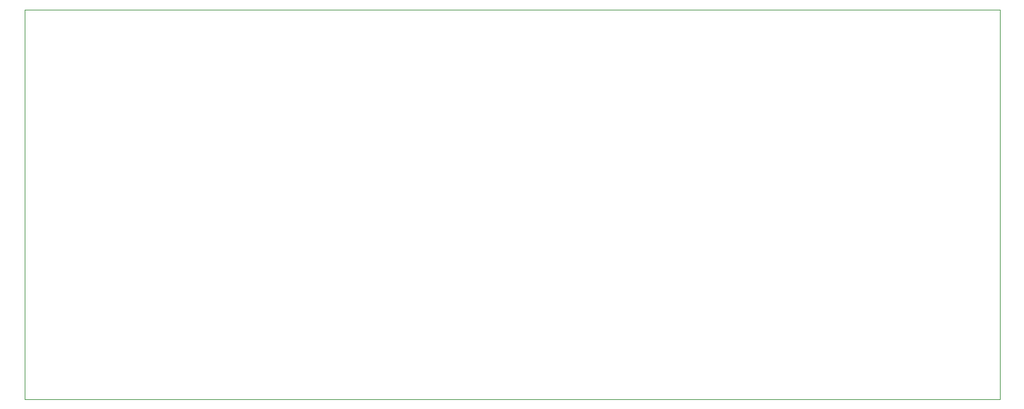
<source format=gbr>
%TF.GenerationSoftware,KiCad,Pcbnew,9.0.5*%
%TF.CreationDate,2025-10-30T21:41:21-07:00*%
%TF.ProjectId,Flyback_CCM_Converter,466c7962-6163-46b5-9f43-434d5f436f6e,rev?*%
%TF.SameCoordinates,Original*%
%TF.FileFunction,Profile,NP*%
%FSLAX46Y46*%
G04 Gerber Fmt 4.6, Leading zero omitted, Abs format (unit mm)*
G04 Created by KiCad (PCBNEW 9.0.5) date 2025-10-30 21:41:21*
%MOMM*%
%LPD*%
G01*
G04 APERTURE LIST*
%TA.AperFunction,Profile*%
%ADD10C,0.050000*%
%TD*%
G04 APERTURE END LIST*
D10*
X103500000Y-89600000D02*
X230500000Y-89600000D01*
X230500000Y-140400000D01*
X103500000Y-140400000D01*
X103500000Y-89600000D01*
M02*

</source>
